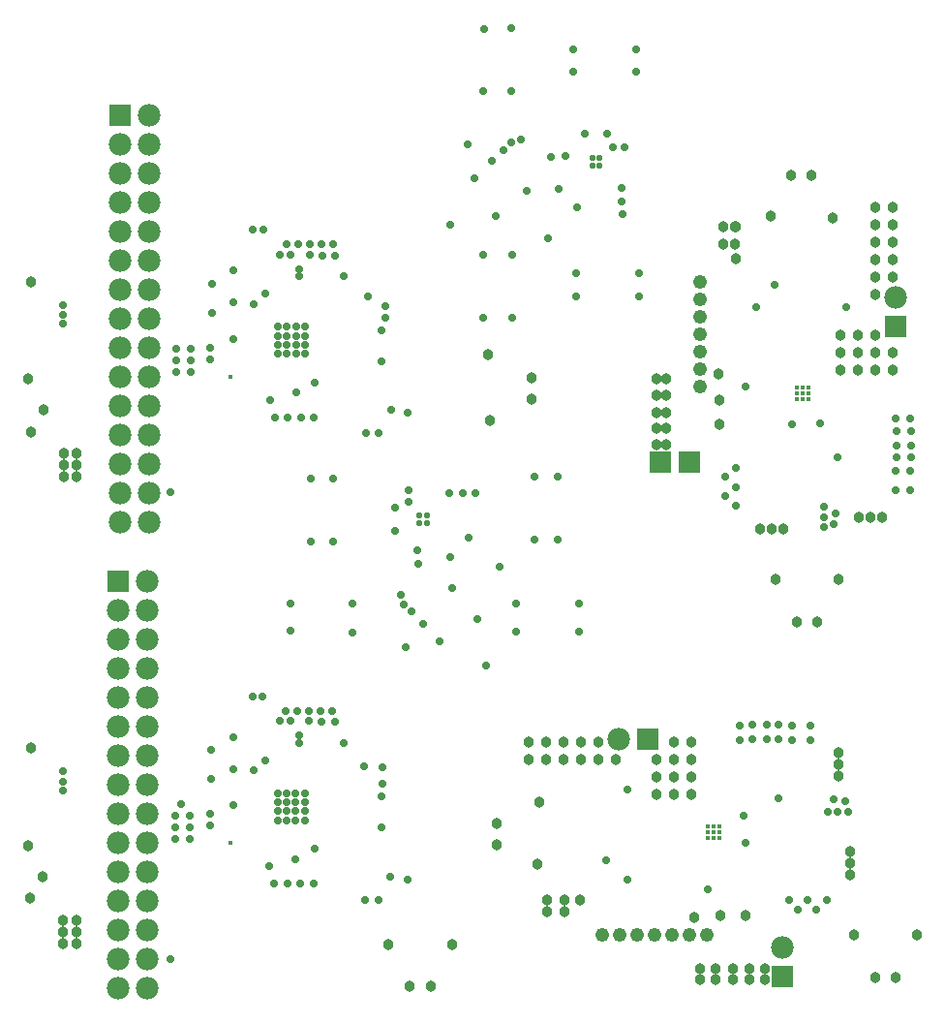
<source format=gbs>
%FSLAX25Y25*%
%MOIN*%
G70*
G01*
G75*
G04 Layer_Color=16711935*
%ADD10R,0.07000X0.07000*%
%ADD11C,0.06000*%
%ADD12R,0.07000X0.07000*%
%ADD13R,0.06850X0.06850*%
%ADD14R,0.02756X0.03543*%
%ADD15R,0.03543X0.02756*%
%ADD16R,0.02362X0.01969*%
%ADD17R,0.03740X0.03347*%
%ADD18R,0.01969X0.02362*%
%ADD19R,0.14600X0.14600*%
%ADD20R,0.01102X0.03347*%
%ADD21R,0.03347X0.01102*%
%ADD22R,0.02362X0.03347*%
%ADD23R,0.03150X0.03543*%
%ADD24R,0.10630X0.06299*%
%ADD25R,0.03543X0.03150*%
%ADD26R,0.06850X0.06850*%
%ADD27R,0.05906X0.05906*%
%ADD28R,0.00394X0.00394*%
%ADD29R,0.02520X0.01102*%
%ADD30R,0.09016X0.03504*%
%ADD31R,0.03740X0.03740*%
%ADD32R,0.01024X0.03152*%
%ADD33R,0.01555X0.01969*%
%ADD34R,0.00906X0.02953*%
%ADD35R,0.02953X0.00906*%
%ADD36R,0.03740X0.03740*%
%ADD37R,0.01969X0.01575*%
%ADD38R,0.01575X0.01969*%
%ADD39R,0.06299X0.10630*%
%ADD40R,0.05906X0.05906*%
%ADD41R,0.00394X0.00394*%
%ADD42R,0.01102X0.02520*%
%ADD43R,0.01969X0.01555*%
%ADD44R,0.03152X0.01024*%
%ADD45R,0.03504X0.09016*%
%ADD46C,0.02000*%
%ADD47C,0.01800*%
%ADD48C,0.00800*%
%ADD49C,0.01200*%
%ADD50C,0.01000*%
%ADD51C,0.04000*%
%ADD52C,0.02500*%
%ADD53C,0.01600*%
%ADD54C,0.01400*%
%ADD55C,0.03000*%
%ADD56C,0.03500*%
%ADD57R,0.08000X0.04000*%
%ADD58R,0.06127X0.02573*%
%ADD59R,0.02300X0.05200*%
%ADD60R,0.11500X0.03000*%
%ADD61R,0.22500X0.04500*%
%ADD62R,0.06500X0.07500*%
%ADD63R,0.10500X0.12500*%
%ADD64R,0.09500X0.14000*%
%ADD65R,0.02500X0.03000*%
%ADD66R,0.00532X0.00500*%
%ADD67R,0.01300X0.01400*%
%ADD68R,0.00469X0.00500*%
%ADD69R,0.01500X0.01432*%
%ADD70R,0.01102X0.02520*%
%ADD71R,0.11000X0.07500*%
%ADD72R,0.30764X0.02754*%
%ADD73R,0.06000X0.03747*%
%ADD74R,0.24764X0.03746*%
%ADD75R,0.15000X0.10600*%
%ADD76R,0.07000X0.15000*%
%ADD77R,0.40000X0.14000*%
%ADD78R,0.21500X0.25500*%
%ADD79R,0.34000X0.08500*%
%ADD80R,0.06000X0.14000*%
%ADD81R,0.18736X0.08500*%
%ADD82R,0.18000X0.07000*%
%ADD83R,0.09000X0.04500*%
%ADD84R,0.05197X0.05197*%
%ADD85R,0.04500X0.09000*%
%ADD86R,0.07000X0.18000*%
%ADD87R,0.08500X0.18736*%
%ADD88R,0.14000X0.06000*%
%ADD89R,0.03746X0.06000*%
%ADD90R,0.08500X0.34000*%
%ADD91R,0.25500X0.21500*%
%ADD92R,0.14000X0.40000*%
%ADD93R,0.15000X0.07000*%
%ADD94R,0.10600X0.15000*%
%ADD95R,0.03746X0.24764*%
%ADD96R,0.02754X0.30764*%
%ADD97R,0.02300X0.05100*%
%ADD98R,0.02520X0.01102*%
%ADD99R,0.07500X0.11000*%
%ADD100R,0.00958X0.00358*%
%ADD101R,0.04000X0.03142*%
%ADD102R,0.03500X0.04000*%
%ADD103C,0.07000*%
%ADD104C,0.02000*%
%ADD105C,0.03000*%
%ADD106C,0.01000*%
%ADD107C,0.00800*%
%ADD108C,0.04000*%
%ADD109C,0.01299*%
%ADD110C,0.05000*%
%ADD111C,0.09200*%
%ADD112C,0.08200*%
%ADD113C,0.05000*%
%ADD114C,0.05500*%
%ADD115C,0.04800*%
%ADD116C,0.05299*%
%ADD117C,0.00984*%
%ADD118C,0.00787*%
%ADD119C,0.00600*%
%ADD120C,0.00200*%
%ADD121C,0.00100*%
%ADD122C,0.00500*%
%ADD123R,0.00100X0.00100*%
%ADD124R,0.07800X0.07800*%
%ADD125C,0.06800*%
%ADD126R,0.07800X0.07800*%
%ADD127R,0.07650X0.07650*%
%ADD128R,0.03556X0.04343*%
%ADD129R,0.04343X0.03556*%
%ADD130R,0.03162X0.02769*%
%ADD131R,0.04540X0.04147*%
%ADD132R,0.02769X0.03162*%
%ADD133R,0.01902X0.04147*%
%ADD134R,0.04147X0.01902*%
%ADD135R,0.03162X0.04147*%
%ADD136R,0.03950X0.04343*%
%ADD137R,0.11430X0.07099*%
%ADD138R,0.04343X0.03950*%
%ADD139R,0.07650X0.07650*%
%ADD140R,0.06706X0.06706*%
%ADD141R,0.02913X0.01496*%
%ADD142R,0.09816X0.04304*%
%ADD143R,0.04540X0.04540*%
%ADD144R,0.01824X0.03952*%
%ADD145R,0.02355X0.02769*%
%ADD146R,0.01706X0.03753*%
%ADD147R,0.03753X0.01706*%
%ADD148R,0.04540X0.04540*%
%ADD149R,0.02769X0.02375*%
%ADD150R,0.02375X0.02769*%
%ADD151R,0.07099X0.11430*%
%ADD152R,0.06706X0.06706*%
%ADD153R,0.01496X0.02913*%
%ADD154R,0.02769X0.02355*%
%ADD155R,0.03952X0.01824*%
%ADD156R,0.04304X0.09816*%
%ADD157R,0.01496X0.02913*%
%ADD158R,0.05997X0.05997*%
%ADD159R,0.02913X0.01496*%
%ADD160C,0.07800*%
%ADD161C,0.02800*%
%ADD162C,0.03800*%
%ADD163C,0.01800*%
%ADD164C,0.01600*%
%ADD165C,0.02099*%
D115*
X421764Y341547D02*
D03*
X427764D02*
D03*
X433764D02*
D03*
X439764D02*
D03*
X445764D02*
D03*
X451764D02*
D03*
X457764D02*
D03*
X455400Y530498D02*
D03*
Y536498D02*
D03*
Y542498D02*
D03*
Y548498D02*
D03*
Y554498D02*
D03*
Y560498D02*
D03*
Y566498D02*
D03*
D124*
X255097Y463297D02*
D03*
X437264Y408923D02*
D03*
X441777Y504498D02*
D03*
X451777D02*
D03*
X255597Y623797D02*
D03*
D126*
X483700Y327500D02*
D03*
X522777Y550998D02*
D03*
D160*
X483700Y337500D02*
D03*
X265097Y323297D02*
D03*
Y333297D02*
D03*
Y343297D02*
D03*
Y353297D02*
D03*
Y363297D02*
D03*
Y373297D02*
D03*
Y383297D02*
D03*
Y393297D02*
D03*
Y403297D02*
D03*
Y413297D02*
D03*
Y423297D02*
D03*
Y433297D02*
D03*
Y443297D02*
D03*
Y453297D02*
D03*
Y463297D02*
D03*
X255097Y323297D02*
D03*
Y333297D02*
D03*
Y343297D02*
D03*
Y353297D02*
D03*
Y363297D02*
D03*
Y373297D02*
D03*
Y383297D02*
D03*
Y393297D02*
D03*
Y403297D02*
D03*
Y413297D02*
D03*
Y423297D02*
D03*
Y433297D02*
D03*
Y443297D02*
D03*
Y453297D02*
D03*
X427264Y408923D02*
D03*
X522777Y560998D02*
D03*
X265597Y483797D02*
D03*
Y493797D02*
D03*
Y503797D02*
D03*
Y513797D02*
D03*
Y523797D02*
D03*
Y533797D02*
D03*
Y543797D02*
D03*
Y553797D02*
D03*
Y563797D02*
D03*
Y573797D02*
D03*
Y583797D02*
D03*
Y593797D02*
D03*
Y603797D02*
D03*
Y613797D02*
D03*
Y623797D02*
D03*
X255597Y483797D02*
D03*
Y493797D02*
D03*
Y503797D02*
D03*
Y513797D02*
D03*
Y523797D02*
D03*
Y533797D02*
D03*
Y543797D02*
D03*
Y553797D02*
D03*
Y563797D02*
D03*
Y573797D02*
D03*
Y583797D02*
D03*
Y593797D02*
D03*
Y603797D02*
D03*
Y613797D02*
D03*
D161*
X319200Y390400D02*
D03*
Y387300D02*
D03*
Y384200D02*
D03*
Y381100D02*
D03*
X316100Y390400D02*
D03*
Y387300D02*
D03*
Y384200D02*
D03*
Y381100D02*
D03*
X313000Y390400D02*
D03*
Y387300D02*
D03*
Y384200D02*
D03*
Y381100D02*
D03*
X309900Y390400D02*
D03*
Y387300D02*
D03*
Y384200D02*
D03*
Y381100D02*
D03*
X319377Y550900D02*
D03*
Y547800D02*
D03*
Y544700D02*
D03*
Y541600D02*
D03*
X316277Y550900D02*
D03*
Y547800D02*
D03*
Y544700D02*
D03*
Y541600D02*
D03*
X313177Y550900D02*
D03*
Y547800D02*
D03*
Y544700D02*
D03*
Y541600D02*
D03*
X310077Y550900D02*
D03*
Y547800D02*
D03*
Y544700D02*
D03*
Y541600D02*
D03*
X304723Y423700D02*
D03*
X301223D02*
D03*
X322223Y359200D02*
D03*
X317723D02*
D03*
X308723D02*
D03*
X313223D02*
D03*
X317323Y410300D02*
D03*
Y407800D02*
D03*
X312723Y418700D02*
D03*
X316723D02*
D03*
X320723D02*
D03*
X324723D02*
D03*
X328723D02*
D03*
X320723Y415200D02*
D03*
X325023Y415000D02*
D03*
X314223Y415200D02*
D03*
X276723Y386700D02*
D03*
X274723Y374700D02*
D03*
X279723D02*
D03*
Y378700D02*
D03*
X274723D02*
D03*
Y382700D02*
D03*
X279723D02*
D03*
X345550Y389250D02*
D03*
X329523Y415000D02*
D03*
X339550Y399750D02*
D03*
X235997Y394497D02*
D03*
Y391497D02*
D03*
Y397997D02*
D03*
X287050Y395250D02*
D03*
X322550Y371250D02*
D03*
X348723Y361750D02*
D03*
X344550Y353718D02*
D03*
X354550Y360750D02*
D03*
X340050Y353718D02*
D03*
X345519Y378550D02*
D03*
X346050Y393750D02*
D03*
X332550Y407750D02*
D03*
X305550Y401750D02*
D03*
X294578Y409778D02*
D03*
X287050Y405250D02*
D03*
X301550Y398250D02*
D03*
X294550Y398750D02*
D03*
X307050Y365250D02*
D03*
X316082Y367750D02*
D03*
X294550Y386250D02*
D03*
X286550Y379250D02*
D03*
Y383250D02*
D03*
X310550Y415187D02*
D03*
X272960Y333497D02*
D03*
X506261Y384146D02*
D03*
X505261Y387647D02*
D03*
X502761Y384146D02*
D03*
X499261D02*
D03*
X493500Y413800D02*
D03*
X487000D02*
D03*
X469000D02*
D03*
X482264Y414046D02*
D03*
X478264D02*
D03*
X473264D02*
D03*
Y409047D02*
D03*
X478264D02*
D03*
X482264D02*
D03*
X470500Y382800D02*
D03*
X458000Y357300D02*
D03*
X489000Y350300D02*
D03*
X495500D02*
D03*
X486000Y353800D02*
D03*
X492500D02*
D03*
X499000D02*
D03*
X423000Y367300D02*
D03*
X469000Y408800D02*
D03*
X487000D02*
D03*
X493500D02*
D03*
X482256Y388800D02*
D03*
X501500Y388300D02*
D03*
X430500Y391800D02*
D03*
Y360800D02*
D03*
X471000Y373300D02*
D03*
X352500Y458800D02*
D03*
X381701Y434504D02*
D03*
X378748Y450252D02*
D03*
X365756Y442772D02*
D03*
X369988Y460882D02*
D03*
X354043Y440606D02*
D03*
X353300Y455400D02*
D03*
X375598Y478303D02*
D03*
X377961Y493756D02*
D03*
X373827Y493559D02*
D03*
X369102D02*
D03*
X358079Y474071D02*
D03*
X356110Y453008D02*
D03*
X359850Y448776D02*
D03*
X369299Y471807D02*
D03*
X386228Y468362D02*
D03*
X358200Y469300D02*
D03*
X350205Y480764D02*
D03*
X355126Y490606D02*
D03*
X350205Y488638D02*
D03*
X355126Y494543D02*
D03*
X321268Y476925D02*
D03*
X329142D02*
D03*
X321268Y498579D02*
D03*
X329142D02*
D03*
X314181Y455567D02*
D03*
X335835D02*
D03*
Y445724D02*
D03*
X314281Y446224D02*
D03*
X406209Y499465D02*
D03*
X398335D02*
D03*
X406209Y477811D02*
D03*
X398335D02*
D03*
X391913Y445898D02*
D03*
X413567D02*
D03*
Y455740D02*
D03*
X391913D02*
D03*
X273137Y493997D02*
D03*
X310727Y575687D02*
D03*
X286727Y543750D02*
D03*
Y539750D02*
D03*
X294727Y546750D02*
D03*
X316258Y528250D02*
D03*
X307227Y525750D02*
D03*
X294727Y559250D02*
D03*
X301727Y558750D02*
D03*
X287227Y565750D02*
D03*
X294754Y570278D02*
D03*
X305727Y562250D02*
D03*
X332727Y568250D02*
D03*
X345696Y539050D02*
D03*
X340227Y514219D02*
D03*
X354727Y521250D02*
D03*
X344727Y514219D02*
D03*
X348900Y522250D02*
D03*
X322727Y531750D02*
D03*
X287227Y555750D02*
D03*
X487153Y517261D02*
D03*
X236174Y558497D02*
D03*
Y551997D02*
D03*
Y554997D02*
D03*
X474653Y557761D02*
D03*
X505653D02*
D03*
X502153Y486761D02*
D03*
X502654Y506005D02*
D03*
X522653Y494761D02*
D03*
Y501261D02*
D03*
Y519261D02*
D03*
X481153Y565261D02*
D03*
X467654Y489261D02*
D03*
Y495761D02*
D03*
Y502261D02*
D03*
X464153Y492761D02*
D03*
Y499261D02*
D03*
X471153Y530261D02*
D03*
X496654Y517761D02*
D03*
X329700Y575500D02*
D03*
X279900Y543200D02*
D03*
X274900D02*
D03*
Y539200D02*
D03*
X279900D02*
D03*
Y535200D02*
D03*
X274900D02*
D03*
X314400Y575700D02*
D03*
X325200Y575500D02*
D03*
X320900Y575700D02*
D03*
X328900Y579200D02*
D03*
X324900D02*
D03*
X320900D02*
D03*
X316900D02*
D03*
X312900D02*
D03*
X522900Y505998D02*
D03*
Y509998D02*
D03*
Y514998D02*
D03*
X527900D02*
D03*
Y509998D02*
D03*
Y505998D02*
D03*
X527654Y519261D02*
D03*
Y501261D02*
D03*
Y494761D02*
D03*
X317500Y568300D02*
D03*
Y570800D02*
D03*
X390540Y575787D02*
D03*
Y554133D02*
D03*
X380698D02*
D03*
Y575787D02*
D03*
X412611Y569365D02*
D03*
Y561491D02*
D03*
X434265Y569365D02*
D03*
Y561491D02*
D03*
X381024Y653419D02*
D03*
X380524Y631865D02*
D03*
X390367D02*
D03*
Y653519D02*
D03*
X433379Y638558D02*
D03*
Y646432D02*
D03*
X411725Y638558D02*
D03*
Y646432D02*
D03*
X429343Y612574D02*
D03*
X423438Y617495D02*
D03*
X425406Y612574D02*
D03*
X415564Y617495D02*
D03*
X404100Y609500D02*
D03*
X403162Y581472D02*
D03*
X406607Y598401D02*
D03*
X383576Y607850D02*
D03*
X387808Y611590D02*
D03*
X408871Y609621D02*
D03*
X428359Y598598D02*
D03*
Y593873D02*
D03*
X428556Y589739D02*
D03*
X413103Y592102D02*
D03*
X390200Y614400D02*
D03*
X375406Y613657D02*
D03*
X395682Y597712D02*
D03*
X377572Y601944D02*
D03*
X385052Y588952D02*
D03*
X369304Y585999D02*
D03*
X393600Y615200D02*
D03*
X313400Y519700D02*
D03*
X308900D02*
D03*
X317900D02*
D03*
X322400D02*
D03*
X301400Y584200D02*
D03*
X304900D02*
D03*
X498000Y489000D02*
D03*
Y485500D02*
D03*
X501500Y483000D02*
D03*
X498000Y482000D02*
D03*
X345727Y549750D02*
D03*
X341000Y561500D02*
D03*
X347000Y558000D02*
D03*
Y554000D02*
D03*
X346000Y399500D02*
D03*
D162*
X355467Y323936D02*
D03*
X348129Y338448D02*
D03*
X362640Y323936D02*
D03*
X369978Y338448D02*
D03*
X224723Y354200D02*
D03*
X236097Y338797D02*
D03*
X240597D02*
D03*
X236097Y342797D02*
D03*
X240597D02*
D03*
Y346797D02*
D03*
X236097D02*
D03*
X229097Y361797D02*
D03*
X223997Y372497D02*
D03*
X224997Y405997D02*
D03*
X507000Y370300D02*
D03*
X413976Y353776D02*
D03*
X408764Y349547D02*
D03*
Y353547D02*
D03*
X402764Y353776D02*
D03*
Y353547D02*
D03*
Y349547D02*
D03*
X385375Y379886D02*
D03*
X515639Y327100D02*
D03*
X399886Y387225D02*
D03*
X508300Y341611D02*
D03*
X522811Y327100D02*
D03*
X530150Y341611D02*
D03*
X385375Y372714D02*
D03*
X399225Y365923D02*
D03*
X420264Y407923D02*
D03*
X414264D02*
D03*
X408264D02*
D03*
X402264D02*
D03*
X396264D02*
D03*
Y401923D02*
D03*
X402264D02*
D03*
X408264D02*
D03*
X414264D02*
D03*
X420264D02*
D03*
X426264D02*
D03*
X452264Y407923D02*
D03*
X446264D02*
D03*
X440264Y401923D02*
D03*
X446264D02*
D03*
X452264D02*
D03*
Y395923D02*
D03*
X446264D02*
D03*
X440264D02*
D03*
Y389923D02*
D03*
X446264D02*
D03*
X452264D02*
D03*
X455264Y329923D02*
D03*
Y326423D02*
D03*
X460764D02*
D03*
Y329923D02*
D03*
X466764D02*
D03*
Y326423D02*
D03*
X472264D02*
D03*
Y329923D02*
D03*
X477764D02*
D03*
Y326423D02*
D03*
X453500Y347800D02*
D03*
X462500Y348300D02*
D03*
X471000Y348300D02*
D03*
X503000Y404300D02*
D03*
Y400300D02*
D03*
Y396300D02*
D03*
X507000Y362300D02*
D03*
Y366300D02*
D03*
X225174Y566497D02*
D03*
X224174Y532997D02*
D03*
X229274Y522297D02*
D03*
X236274Y507297D02*
D03*
X240774D02*
D03*
Y503297D02*
D03*
X236274D02*
D03*
X240774Y499297D02*
D03*
X236274D02*
D03*
X480154Y481261D02*
D03*
X476154D02*
D03*
X510153Y485261D02*
D03*
X514153D02*
D03*
X518153D02*
D03*
X462153Y517261D02*
D03*
X462154Y525761D02*
D03*
X461654Y534761D02*
D03*
X440277Y510498D02*
D03*
X443777D02*
D03*
Y515998D02*
D03*
X440277D02*
D03*
Y521498D02*
D03*
X443777D02*
D03*
Y527498D02*
D03*
X440277D02*
D03*
Y532998D02*
D03*
X443777D02*
D03*
X503777Y535998D02*
D03*
Y541998D02*
D03*
Y547998D02*
D03*
X509777D02*
D03*
Y541998D02*
D03*
Y535998D02*
D03*
X515777D02*
D03*
Y541998D02*
D03*
Y547998D02*
D03*
X521777Y541998D02*
D03*
Y535998D02*
D03*
X515777Y561998D02*
D03*
Y567998D02*
D03*
Y573998D02*
D03*
Y579998D02*
D03*
Y585998D02*
D03*
Y591998D02*
D03*
X521777D02*
D03*
Y585998D02*
D03*
Y579998D02*
D03*
Y573998D02*
D03*
Y567998D02*
D03*
X479777Y589036D02*
D03*
X486567Y602886D02*
D03*
X503079Y463848D02*
D03*
X495740Y449336D02*
D03*
X481228Y463848D02*
D03*
X501079Y588375D02*
D03*
X382940Y518825D02*
D03*
X397452Y526164D02*
D03*
Y533336D02*
D03*
X382215Y541200D02*
D03*
X488567Y449336D02*
D03*
X493740Y602886D02*
D03*
X224900Y514700D02*
D03*
X463400Y585498D02*
D03*
X467400D02*
D03*
X467630D02*
D03*
X467400Y579498D02*
D03*
X463400D02*
D03*
X467630Y574285D02*
D03*
X484154Y481261D02*
D03*
D164*
X293597Y373297D02*
D03*
X293774Y533797D02*
D03*
X488761Y530084D02*
D03*
X490730D02*
D03*
X492698D02*
D03*
Y528116D02*
D03*
X490730D02*
D03*
X488761D02*
D03*
Y526147D02*
D03*
X490730D02*
D03*
X492698D02*
D03*
X458177Y378844D02*
D03*
X460146D02*
D03*
X462114D02*
D03*
Y376876D02*
D03*
X460146D02*
D03*
X458177D02*
D03*
Y374907D02*
D03*
X460146D02*
D03*
X462114D02*
D03*
D165*
X361347Y483402D02*
D03*
Y486000D02*
D03*
D03*
X358748D02*
D03*
Y483402D02*
D03*
X418202Y606354D02*
D03*
X420800D02*
D03*
D03*
Y608952D02*
D03*
X418202D02*
D03*
M02*

</source>
